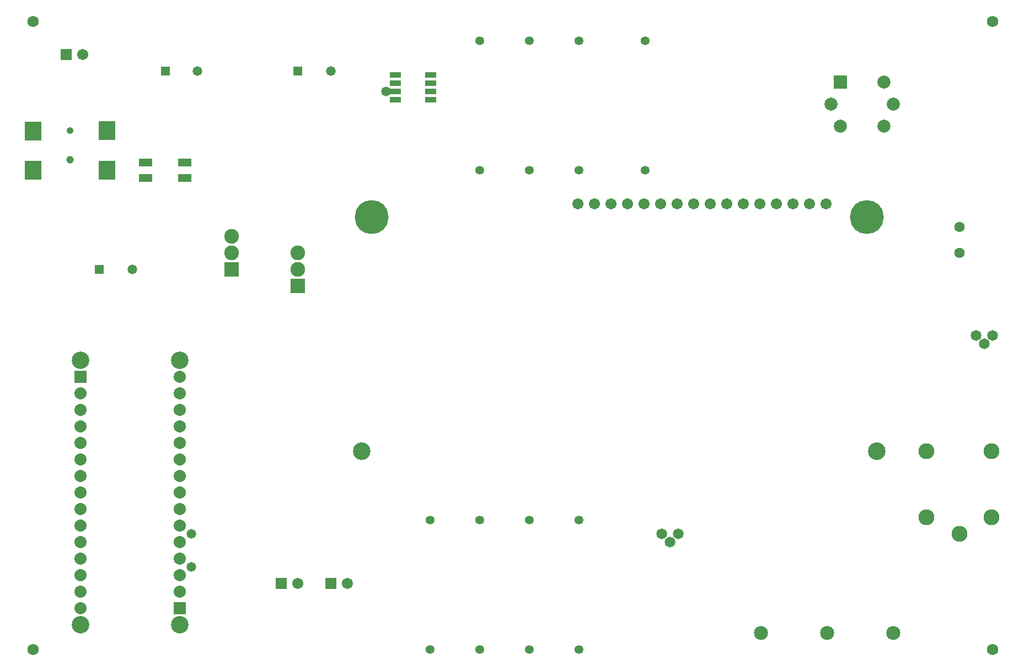
<source format=gts>
%FSTAX23Y23*%
%MOIN*%
%SFA1B1*%

%IPPOS*%
%ADD17R,0.102488X0.118236*%
%ADD18R,0.068039X0.033590*%
%ADD19R,0.080834X0.047370*%
%ADD20C,0.204850*%
%ADD21C,0.106425*%
%ADD22C,0.067055*%
%ADD23C,0.068000*%
%ADD24C,0.053275*%
%ADD25C,0.045401*%
%ADD26C,0.041464*%
%ADD27R,0.088905X0.088905*%
%ADD28C,0.088905*%
%ADD29C,0.096582*%
%ADD30R,0.058197X0.058197*%
%ADD31C,0.058197*%
%ADD32C,0.064693*%
%ADD33R,0.067055X0.067055*%
%ADD34C,0.084771*%
%ADD35C,0.063118*%
%ADD36C,0.078866*%
%ADD37R,0.078866X0.078866*%
%ADD38R,0.073551X0.073551*%
%ADD39C,0.073551*%
%ADD40C,0.105441*%
%ADD41C,0.058000*%
%LNpcb1-1*%
%LPD*%
G54D17*
X00548Y03D03*
X001D03*
Y03237D03*
X00548Y0324D03*
G54D18*
X02506Y03575D03*
Y03525D03*
Y03475D03*
Y03425D03*
X02293D03*
Y03475D03*
Y03525D03*
Y03575D03*
G54D19*
X00782Y03047D03*
Y02952D03*
X01017D03*
Y03047D03*
G54D20*
X02148Y02717D03*
X0514D03*
G54D21*
X02089Y013D03*
X052D03*
G54D22*
X03496Y02796D03*
X03396D03*
X04896D03*
X04796D03*
X04696D03*
X04596D03*
X04496D03*
X04396D03*
X04296D03*
X04196D03*
X04096D03*
X03996D03*
X03896D03*
X03796D03*
X03696D03*
X03596D03*
X017Y005D03*
X02D03*
X004Y037D03*
G54D23*
X059Y001D03*
X001D03*
Y039D03*
X059D03*
G54D24*
X034Y03D03*
Y03783D03*
X031Y001D03*
Y00883D03*
X028Y001D03*
Y00883D03*
X025Y001D03*
Y00883D03*
X034Y001D03*
Y00883D03*
X028Y03D03*
Y03783D03*
X038Y03D03*
Y03783D03*
X031Y03D03*
Y03783D03*
G54D25*
X00324Y03062D03*
G54D26*
X00324Y0324D03*
G54D27*
X013Y024D03*
X017Y023D03*
G54D28*
X013Y025D03*
Y026D03*
X017Y02399D03*
Y02499D03*
G54D29*
X05896Y00898D03*
Y013D03*
X05503D03*
Y00898D03*
X057Y008D03*
G54D30*
X00503Y024D03*
X009Y036D03*
X01703D03*
G54D31*
X007Y024D03*
X01096Y036D03*
X019D03*
G54D32*
X04Y008D03*
X0395Y0075D03*
X039Y008D03*
X059Y02D03*
X0585Y0195D03*
X058Y02D03*
G54D33*
X016Y005D03*
X019D03*
X003Y037D03*
G54D34*
X053Y002D03*
X049D03*
X045D03*
G54D35*
X057Y02657D03*
Y025D03*
G54D36*
X04925Y034D03*
X053D03*
X05245Y03267D03*
X0498D03*
X05245Y03532D03*
G54D37*
X0498Y03532D03*
G54D38*
X00388Y01749D03*
X00988Y00349D03*
G54D39*
X00388Y01649D03*
Y01549D03*
Y01449D03*
Y01349D03*
Y01249D03*
Y01149D03*
Y01049D03*
Y00949D03*
Y00849D03*
Y00749D03*
Y00649D03*
Y00549D03*
Y00449D03*
Y00349D03*
X00988Y00449D03*
Y00549D03*
Y00649D03*
Y00749D03*
Y00849D03*
Y00949D03*
Y01049D03*
Y01149D03*
Y01249D03*
Y01349D03*
Y01449D03*
Y01549D03*
Y01649D03*
Y01749D03*
G54D40*
X00388Y01849D03*
X00988D03*
Y00249D03*
X00388D03*
G54D41*
X02235Y03475D03*
X01057Y00799D03*
Y00599D03*
M02*
</source>
